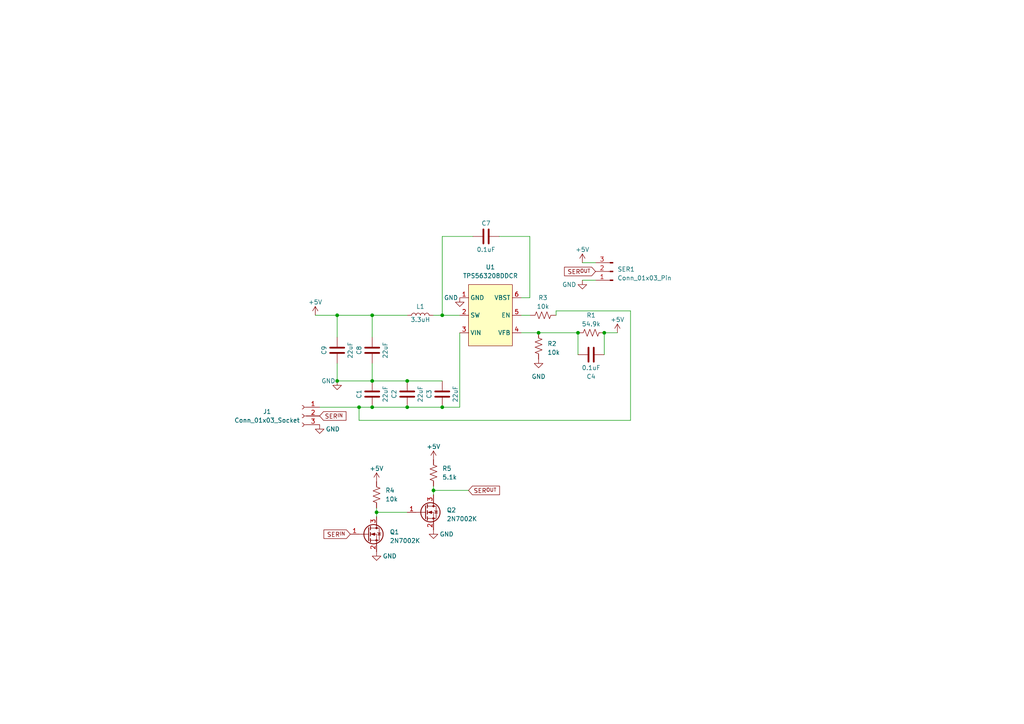
<source format=kicad_sch>
(kicad_sch (version 20250114) (generator "eeschema") (generator_version "9.0")
  (paper "A4")
  (title_block (title "Aircraft Joystick Reader & Regulator - Servo") (date "2023-06-03") (rev "5") (company "Human Powered Vehicles Design Team @ UOFT"))
  (lib_symbols
    (symbol "Connector:Conn_01x03_Pin" (pin_names (offset 1.016) (hide yes))
      (property "Reference" "J" (at 0 5.08 0))
      (property "Value" "Conn_01x03_Pin" (at 0 -5.08 0))
      (symbol "Conn_01x03_Pin_1_1"
        (rectangle (start 0.8636 2.667) (end 0 2.413) (stroke (width 0.1524)) (fill (type outline)))
        (rectangle (start 0.8636 0.127) (end 0 -0.127) (stroke (width 0.1524)) (fill (type outline)))
        (rectangle (start 0.8636 -2.413) (end 0 -2.667) (stroke (width 0.1524)) (fill (type outline)))
        (polyline (pts (xy 1.27 2.54) (xy 0.8636 2.54)) (stroke (width 0.1524)))
        (polyline (pts (xy 1.27 0) (xy 0.8636 0)) (stroke (width 0.1524)))
        (polyline (pts (xy 1.27 -2.54) (xy 0.8636 -2.54)) (stroke (width 0.1524)))
        (pin passive line (at 5.08 2.54 180) (length 3.81) (name "Pin_1") (number "1"))
        (pin passive line (at 5.08 0 180) (length 3.81) (name "Pin_2") (number "2"))
        (pin passive line (at 5.08 -2.54 180) (length 3.81) (name "Pin_3") (number "3"))
      )
    )
    (symbol "Connector:Conn_01x03_Socket" (pin_names (offset 1.016) (hide yes))
      (property "Reference" "J" (at 0 5.08 0))
      (property "Value" "Conn_01x03_Socket" (at 0 -5.08 0))
      (symbol "Conn_01x03_Socket_1_1"
        (polyline (pts (xy -1.27 2.54) (xy -0.508 2.54)) (stroke (width 0.1524)))
        (polyline (pts (xy -1.27 0) (xy -0.508 0)) (stroke (width 0.1524)))
        (polyline (pts (xy -1.27 -2.54) (xy -0.508 -2.54)) (stroke (width 0.1524)))
        (arc (start 0 2.032) (mid -0.5058 2.54) (end 0 3.048) (stroke (width 0.1524)))
        (arc (start 0 -0.508) (mid -0.5058 0) (end 0 0.508) (stroke (width 0.1524)))
        (arc (start 0 -3.048) (mid -0.5058 -2.54) (end 0 -2.032) (stroke (width 0.1524)))
        (pin passive line (at -5.08 2.54 0) (length 3.81) (name "Pin_1") (number "1"))
        (pin passive line (at -5.08 0 0) (length 3.81) (name "Pin_2") (number "2"))
        (pin passive line (at -5.08 -2.54 0) (length 3.81) (name "Pin_3") (number "3"))
      )
    )
    (symbol "Device:C" (pin_numbers (hide yes)) (pin_names (offset 0.254))
      (property "Reference" "C" (at 0.635 2.54 0))
      (property "Value" "C" (at 0.635 -2.54 0))
      (symbol "C_0_1"
        (polyline (pts (xy -2.032 0.762) (xy 2.032 0.762)) (stroke (width 0.508)))
        (polyline (pts (xy -2.032 -0.762) (xy 2.032 -0.762)) (stroke (width 0.508)))
      )
      (symbol "C_1_1"
        (pin passive line (at 0 3.81 270) (length 2.794) (name "~") (number "1"))
        (pin passive line (at 0 -3.81 90) (length 2.794) (name "~") (number "2"))
      )
    )
    (symbol "Device:L" (pin_numbers (hide yes)) (pin_names (offset 1.016) (hide yes))
      (property "Reference" "L" (at -1.27 0 90))
      (property "Value" "L" (at 1.905 0 90))
      (symbol "L_0_1"
        (arc (start 0 2.54) (mid 0.6323 1.905) (end 0 1.27))
        (arc (start 0 1.27) (mid 0.6323 0.635) (end 0 0))
        (arc (start 0 0) (mid 0.6323 -0.635) (end 0 -1.27))
        (arc (start 0 -1.27) (mid 0.6323 -1.905) (end 0 -2.54))
      )
      (symbol "L_1_1"
        (pin passive line (at 0 3.81 270) (length 1.27) (name "1") (number "1"))
        (pin passive line (at 0 -3.81 90) (length 1.27) (name "2") (number "2"))
      )
    )
    (symbol "Device:R_US" (pin_numbers (hide yes)) (pin_names (offset 0))
      (property "Reference" "R" (at 2.54 0 90))
      (property "Value" "R_US" (at -2.54 0 90))
      (symbol "R_US_0_1"
        (polyline (pts (xy 0 2.286) (xy 0 2.54)))
        (polyline (pts (xy 0 2.286) (xy 1.016 1.905) (xy 0 1.524) (xy -1.016 1.143) (xy 0 0.762)))
        (polyline (pts (xy 0 0.762) (xy 1.016 0.381) (xy 0 0) (xy -1.016 -0.381) (xy 0 -0.762)))
        (polyline (pts (xy 0 -0.762) (xy 1.016 -1.143) (xy 0 -1.524) (xy -1.016 -1.905) (xy 0 -2.286)))
        (polyline (pts (xy 0 -2.286) (xy 0 -2.54)))
      )
      (symbol "R_US_1_1"
        (pin passive line (at 0 3.81 270) (length 1.27) (name "~") (number "1"))
        (pin passive line (at 0 -3.81 90) (length 1.27) (name "~") (number "2"))
      )
    )
    (symbol "Regulators:TPS563208DDCR"
      (property "Reference" "U1" (at 0 13.97 0))
      (property "Value" "TPS563208DDCR" (at 0 11.43 0))
      (symbol "TPS563208DDCR_0_1"
        (rectangle (start -6.35 8.89) (end 6.35 -8.89) (fill (type background)))
      )
      (symbol "TPS563208DDCR_1_1"
        (pin input line (at -8.89 5.08 0) (length 2.54) (name "GND") (number "1"))
        (pin input line (at -8.89 0 0) (length 2.54) (name "SW") (number "2"))
        (pin input line (at -8.89 -5.08 0) (length 2.54) (name "VIN") (number "3"))
        (pin input line (at 8.89 5.08 180) (length 2.54) (name "VBST") (number "6"))
        (pin input line (at 8.89 0 180) (length 2.54) (name "EN") (number "5"))
        (pin input line (at 8.89 -5.08 180) (length 2.54) (name "VFB") (number "4"))
      )
    )
    (symbol "Transistor_FET:2N7002K" (pin_names (hide yes))
      (property "Reference" "Q" (at 5.08 1.905 0))
      (property "Value" "2N7002K" (at 5.08 0 0))
      (symbol "2N7002K_0_1"
        (polyline (pts (xy 0.254 1.905) (xy 0.254 -1.905)) (stroke (width 0.254)))
        (polyline (pts (xy 0.254 0) (xy -2.54 0)))
        (polyline (pts (xy 0.762 2.286) (xy 0.762 1.27)) (stroke (width 0.254)))
        (polyline (pts (xy 0.762 0.508) (xy 0.762 -0.508)) (stroke (width 0.254)))
        (polyline (pts (xy 0.762 -1.27) (xy 0.762 -2.286)) (stroke (width 0.254)))
        (polyline (pts (xy 0.762 -1.778) (xy 3.302 -1.778) (xy 3.302 1.778) (xy 0.762 1.778)))
        (polyline (pts (xy 1.016 0) (xy 2.032 0.381) (xy 2.032 -0.381) (xy 1.016 0)) (fill (type outline)))
        (circle (center 1.651 0) (radius 2.794) (stroke (width 0.254)))
        (polyline (pts (xy 2.54 2.54) (xy 2.54 1.778)))
        (circle (center 2.54 1.778) (radius 0.254) (fill (type outline)))
        (circle (center 2.54 -1.778) (radius 0.254) (fill (type outline)))
        (polyline (pts (xy 2.54 -2.54) (xy 2.54 0) (xy 0.762 0)))
        (polyline (pts (xy 2.794 0.508) (xy 2.921 0.381) (xy 3.683 0.381) (xy 3.81 0.254)))
        (polyline (pts (xy 3.302 0.381) (xy 2.921 -0.254) (xy 3.683 -0.254) (xy 3.302 0.381)))
      )
      (symbol "2N7002K_1_1"
        (pin input line (at -5.08 0 0) (length 2.54) (name "G") (number "1"))
        (pin passive line (at 2.54 5.08 270) (length 2.54) (name "D") (number "3"))
        (pin passive line (at 2.54 -5.08 90) (length 2.54) (name "S") (number "2"))
      )
    )
    (symbol "power:+5V" (power) (pin_names (offset 0))
      (property "Value" "+5V" (at 0 3.556 0))
      (symbol "+5V_0_1"
        (polyline (pts (xy -0.762 1.27) (xy 0 2.54)))
        (polyline (pts (xy 0 2.54) (xy 0.762 1.27)))
        (polyline (pts (xy 0 0) (xy 0 2.54)))
      )
      (symbol "+5V_1_1"
        (pin power_in line (at 0 0 90) (length 0) (hide yes) (name "+5V") (number "1"))
      )
    )
    (symbol "power:GND" (power) (pin_names (offset 0))
      (property "Value" "GND" (at 0 -3.81 0))
      (symbol "GND_0_1"
        (polyline (pts (xy 0 0) (xy 0 -1.27) (xy 1.27 -1.27) (xy 0 -2.54) (xy -1.27 -1.27) (xy 0 -1.27)))
      )
      (symbol "GND_1_1"
        (pin power_in line (at 0 0 270) (length 0) (hide yes) (name "GND") (number "1"))
      )
    )
  )
  (junction (at 109.22 148.59))
  (junction (at 156.21 96.52))
  (junction (at 175.26 96.52))
  (junction (at 107.95 91.44))
  (junction (at 118.11 110.49))
  (junction (at 118.11 118.11))
  (junction (at 97.79 91.44))
  (junction (at 107.95 110.49))
  (junction (at 128.27 118.11))
  (junction (at 97.79 110.49))
  (junction (at 104.14 118.11))
  (junction (at 125.73 142.24))
  (junction (at 107.95 118.11))
  (junction (at 167.64 96.52))
  (junction (at 128.27 91.44))
  (wire (pts (xy 128.27 91.44) (xy 133.35 91.44)))
  (wire (pts (xy 153.67 86.36) (xy 153.67 68.58)))
  (wire (pts (xy 97.79 110.49) (xy 107.95 110.49)))
  (wire (pts (xy 153.67 86.36) (xy 151.13 86.36)))
  (wire (pts (xy 133.35 96.52) (xy 133.35 118.11)))
  (wire (pts (xy 125.73 91.44) (xy 128.27 91.44)))
  (wire (pts (xy 175.26 96.52) (xy 175.26 102.87)))
  (wire (pts (xy 104.14 121.92) (xy 104.14 118.11)))
  (wire (pts (xy 135.89 142.24) (xy 125.73 142.24)))
  (wire (pts (xy 182.88 121.92) (xy 104.14 121.92)))
  (wire (pts (xy 128.27 68.58) (xy 128.27 91.44)))
  (wire (pts (xy 107.95 118.11) (xy 118.11 118.11)))
  (wire (pts (xy 161.29 90.17) (xy 161.29 91.44)))
  (wire (pts (xy 161.29 90.17) (xy 182.88 90.17)))
  (wire (pts (xy 97.79 105.41) (xy 97.79 110.49)))
  (wire (pts (xy 125.73 142.24) (xy 125.73 143.51)))
  (wire (pts (xy 133.35 118.11) (xy 128.27 118.11)))
  (wire (pts (xy 156.21 96.52) (xy 151.13 96.52)))
  (wire (pts (xy 118.11 148.59) (xy 109.22 148.59)))
  (wire (pts (xy 107.95 105.41) (xy 107.95 110.49)))
  (wire (pts (xy 137.16 68.58) (xy 128.27 68.58)))
  (wire (pts (xy 118.11 110.49) (xy 107.95 110.49)))
  (wire (pts (xy 107.95 97.79) (xy 107.95 91.44)))
  (wire (pts (xy 153.67 68.58) (xy 144.78 68.58)))
  (wire (pts (xy 118.11 118.11) (xy 128.27 118.11)))
  (wire (pts (xy 168.91 76.2) (xy 172.72 76.2)))
  (wire (pts (xy 92.71 118.11) (xy 104.14 118.11)))
  (wire (pts (xy 109.22 147.32) (xy 109.22 148.59)))
  (wire (pts (xy 128.27 110.49) (xy 118.11 110.49)))
  (wire (pts (xy 179.07 96.52) (xy 175.26 96.52)))
  (wire (pts (xy 153.67 91.44) (xy 151.13 91.44)))
  (wire (pts (xy 97.79 91.44) (xy 107.95 91.44)))
  (wire (pts (xy 104.14 118.11) (xy 107.95 118.11)))
  (wire (pts (xy 109.22 148.59) (xy 109.22 149.86)))
  (wire (pts (xy 91.44 91.44) (xy 97.79 91.44)))
  (wire (pts (xy 97.79 97.79) (xy 97.79 91.44)))
  (wire (pts (xy 167.64 102.87) (xy 167.64 96.52)))
  (wire (pts (xy 125.73 140.97) (xy 125.73 142.24)))
  (wire (pts (xy 168.91 81.28) (xy 172.72 81.28)))
  (wire (pts (xy 182.88 90.17) (xy 182.88 121.92)))
  (wire (pts (xy 167.64 96.52) (xy 156.21 96.52)))
  (wire (pts (xy 107.95 91.44) (xy 118.11 91.44)))
  (global_label "SER^{IN}" (shape input) (at 92.71 120.65 0) (property "Intersheetrefs" "${INTERSHEET_REFS}" (effects (hide yes))))
  (global_label "SER^{IN}" (shape input) (at 101.6 154.94 180) (property "Intersheetrefs" "${INTERSHEET_REFS}" (effects (hide yes))))
  (global_label "SER^{OUT}" (shape input) (at 172.72 78.74 180) (property "Intersheetrefs" "${INTERSHEET_REFS}" (effects (hide yes))))
  (global_label "SER^{OUT}" (shape input) (at 135.89 142.24 0) (property "Intersheetrefs" "${INTERSHEET_REFS}" (effects (hide yes))))
  (symbol (lib_id "Device:R_US") (at 157.48 91.44 90) (unit 1)
    (property "Reference" "R3" (at 157.48 86.36 90))
    (property "Value" "10k" (at 157.48 88.9 90))
    (property "Footprint" "Resistor_SMD:R_0603_1608Metric" (effects (hide yes)))
  )
  (symbol (lib_id "power:GND") (at 156.21 104.14 0) (unit 1)
    (property "Reference" "#PWR01" (effects (hide yes)))
    (property "Value" "GND" (at 156.21 109.22 0))
  )
  (symbol (lib_id "power:GND") (at 97.79 110.49 0) (unit 1)
    (property "Reference" "#PWR05" (effects (hide yes)))
    (property "Value" "GND" (at 95.25 110.49 0))
  )
  (symbol (lib_id "Device:R_US") (at 125.73 137.16 0) (unit 1)
    (property "Reference" "R5" (at 128.27 135.89 0) (effects (justify left)))
    (property "Value" "5.1k" (at 128.27 138.43 0) (effects (justify left)))
    (property "Footprint" "Resistor_SMD:R_0603_1608Metric" (effects (hide yes)))
  )
  (symbol (lib_id "Regulators:TPS563208DDCR") (at 142.24 91.44 0) (unit 1)
    (property "Reference" "U1" (at 142.24 77.47 0))
    (property "Value" "TPS563208DDCR" (at 142.24 80.01 0))
    (property "Footprint" "Package_TO_SOT_SMD:TSOT-23-6" (effects (hide yes)))
    (property "Datasheet" "https://www.ti.com/lit/ds/symlink/tps563208.pdf" (effects (hide yes)))
  )
  (symbol (lib_id "Transistor_FET:2N7002K") (at 106.68 154.94 0) (unit 1)
    (property "Reference" "Q1" (at 113.03 154.305 0) (effects (justify left)))
    (property "Value" "2N7002K" (at 113.03 156.845 0) (effects (justify left)))
    (property "Footprint" "Package_TO_SOT_SMD:SOT-23" (effects (hide yes)))
    (property "Datasheet" "https://www.diodes.com/assets/Datasheets/ds30896.pdf" (effects (hide yes)))
  )
  (symbol (lib_id "power:+5V") (at 168.91 76.2 0) (unit 1)
    (property "Reference" "#PWR07" (effects (hide yes)))
    (property "Value" "+5V" (at 168.91 72.39 0))
  )
  (symbol (lib_id "power:GND") (at 168.91 81.28 0) (unit 1)
    (property "Reference" "#PWR08" (effects (hide yes)))
    (property "Value" "GND" (at 165.1 82.55 0))
  )
  (symbol (lib_id "Device:C") (at 140.97 68.58 90) (unit 1)
    (property "Reference" "C7" (at 140.97 64.77 90))
    (property "Value" "0.1uF" (at 140.97 72.39 90))
    (property "Footprint" "Capacitor_SMD:C_0805_2012Metric" (effects (hide yes)))
  )
  (symbol (lib_id "Device:L") (at 121.92 91.44 90) (unit 1)
    (property "Reference" "L1" (at 121.92 88.9 90))
    (property "Value" "3.3uH" (at 121.92 92.71 90))
    (property "Footprint" "Inductor_SMD:L_Taiyo-Yuden_NR-60xx" (effects (hide yes)))
  )
  (symbol (lib_id "power:GND") (at 109.22 160.02 0) (unit 1)
    (property "Reference" "#PWR09" (effects (hide yes)))
    (property "Value" "GND" (at 113.03 161.29 0))
  )
  (symbol (lib_id "power:GND") (at 133.35 86.36 0) (unit 1)
    (property "Reference" "#PWR03" (effects (hide yes)))
    (property "Value" "GND" (at 130.81 86.36 0))
  )
  (symbol (lib_id "power:GND") (at 125.73 153.67 0) (unit 1)
    (property "Reference" "#PWR011" (effects (hide yes)))
    (property "Value" "GND" (at 129.54 154.94 0))
  )
  (symbol (lib_id "power:+5V") (at 109.22 139.7 0) (unit 1)
    (property "Reference" "#PWR010" (effects (hide yes)))
    (property "Value" "+5V" (at 109.22 135.89 0))
  )
  (symbol (lib_id "Connector:Conn_01x03_Pin") (at 177.8 78.74 180) (unit 1)
    (property "Reference" "SER1" (at 179.07 78.105 0) (effects (justify right)))
    (property "Value" "Conn_01x03_Pin" (at 179.07 80.645 0) (effects (justify right)))
    (property "Footprint" "Connector_JST:JST_EH_B3B-EH-A_1x03_P2.50mm_Vertical" (effects (hide yes)))
  )
  (symbol (lib_id "Device:C") (at 128.27 114.3 180) (unit 1)
    (property "Reference" "C3" (at 124.46 114.3 90))
    (property "Value" "22uF" (at 132.08 114.3 90))
    (property "Footprint" "Capacitor_SMD:C_0805_2012Metric" (effects (hide yes)))
  )
  (symbol (lib_id "power:GND") (at 92.71 123.19 0) (unit 1)
    (property "Reference" "#PWR06" (effects (hide yes)))
    (property "Value" "GND" (at 96.52 124.46 0))
  )
  (symbol (lib_id "power:+5V") (at 91.44 91.44 0) (unit 1)
    (property "Reference" "#PWR04" (effects (hide yes)))
    (property "Value" "+5V" (at 91.44 87.63 0))
  )
  (symbol (lib_id "Device:C") (at 97.79 101.6 180) (unit 1)
    (property "Reference" "C9" (at 93.98 101.6 90))
    (property "Value" "22uF" (at 101.6 101.6 90))
    (property "Footprint" "Capacitor_SMD:C_0805_2012Metric" (effects (hide yes)))
  )
  (symbol (lib_id "Device:C") (at 107.95 101.6 180) (unit 1)
    (property "Reference" "C8" (at 104.14 101.6 90))
    (property "Value" "22uF" (at 111.76 101.6 90))
    (property "Footprint" "Capacitor_SMD:C_0805_2012Metric" (effects (hide yes)))
  )
  (symbol (lib_id "Device:C") (at 171.45 102.87 90) (unit 1)
    (property "Reference" "C4" (at 171.45 109.22 90))
    (property "Value" "0.1uF" (at 171.45 106.68 90))
    (property "Footprint" "Capacitor_SMD:C_0805_2012Metric" (effects (hide yes)))
  )
  (symbol (lib_id "power:+5V") (at 179.07 96.52 0) (unit 1)
    (property "Reference" "#PWR02" (effects (hide yes)))
    (property "Value" "+5V" (at 179.07 92.71 0))
  )
  (symbol (lib_id "Device:C") (at 118.11 114.3 180) (unit 1)
    (property "Reference" "C2" (at 114.3 114.3 90))
    (property "Value" "22uF" (at 121.92 114.3 90))
    (property "Footprint" "Capacitor_SMD:C_0805_2012Metric" (effects (hide yes)))
  )
  (symbol (lib_id "Connector:Conn_01x03_Socket") (at 87.63 120.65 0) (mirror y) (unit 1)
    (property "Reference" "J1" (at 77.47 119.38 0))
    (property "Value" "Conn_01x03_Socket" (at 77.47 121.92 0))
    (property "Footprint" "Connector_JST:JST_EH_B3B-EH-A_1x03_P2.50mm_Vertical" (effects (hide yes)))
  )
  (symbol (lib_id "Device:R_US") (at 171.45 96.52 270) (unit 1)
    (property "Reference" "R1" (at 171.45 91.44 90))
    (property "Value" "54.9k" (at 171.45 93.98 90))
    (property "Footprint" "Resistor_SMD:R_0603_1608Metric" (effects (hide yes)))
  )
  (symbol (lib_id "Device:C") (at 107.95 114.3 180) (unit 1)
    (property "Reference" "C1" (at 104.14 114.3 90))
    (property "Value" "22uF" (at 111.76 114.3 90))
    (property "Footprint" "Capacitor_SMD:C_0805_2012Metric" (effects (hide yes)))
  )
  (symbol (lib_id "power:+5V") (at 125.73 133.35 0) (unit 1)
    (property "Reference" "#PWR012" (effects (hide yes)))
    (property "Value" "+5V" (at 125.73 129.54 0))
  )
  (symbol (lib_id "Transistor_FET:2N7002K") (at 123.19 148.59 0) (unit 1)
    (property "Reference" "Q2" (at 129.54 147.955 0) (effects (justify left)))
    (property "Value" "2N7002K" (at 129.54 150.495 0) (effects (justify left)))
    (property "Footprint" "Package_TO_SOT_SMD:SOT-23" (effects (hide yes)))
    (property "Datasheet" "https://www.diodes.com/assets/Datasheets/ds30896.pdf" (effects (hide yes)))
  )
  (symbol (lib_id "Device:R_US") (at 109.22 143.51 0) (unit 1)
    (property "Reference" "R4" (at 111.76 142.24 0) (effects (justify left)))
    (property "Value" "10k" (at 111.76 144.78 0) (effects (justify left)))
    (property "Footprint" "Resistor_SMD:R_0603_1608Metric" (effects (hide yes)))
  )
  (symbol (lib_id "Device:R_US") (at 156.21 100.33 180) (unit 1)
    (property "Reference" "R2" (at 158.75 99.695 0) (effects (justify right)))
    (property "Value" "10k" (at 158.75 102.235 0) (effects (justify right)))
    (property "Footprint" "Resistor_SMD:R_0603_1608Metric" (effects (hide yes)))
  )
)
</source>
